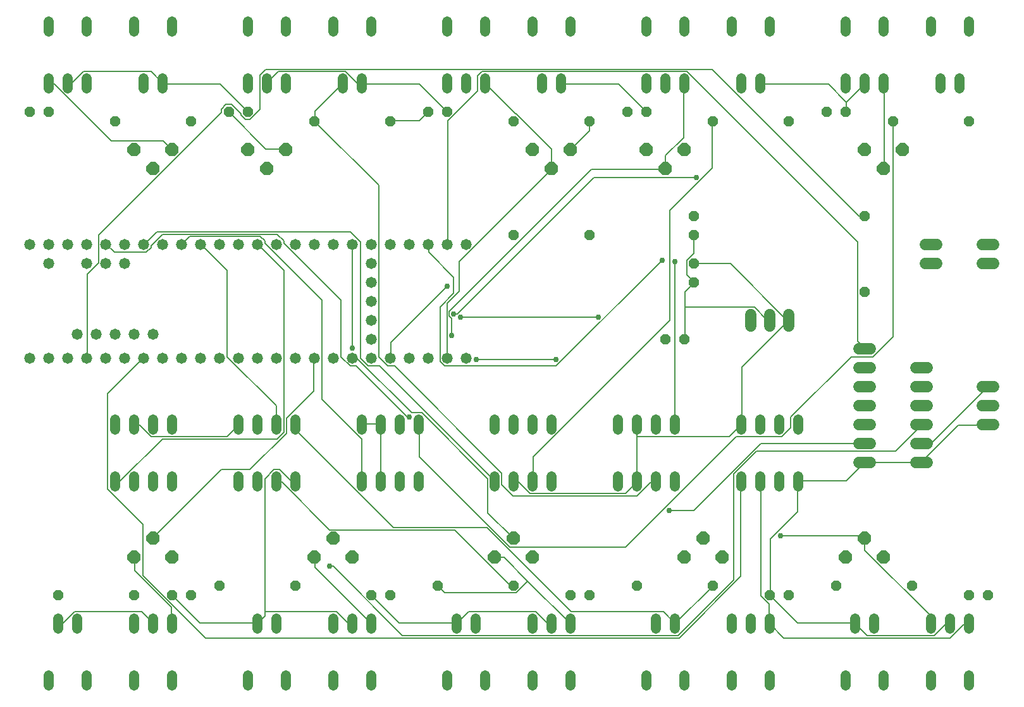
<source format=gbr>
G04 EAGLE Gerber RS-274X export*
G75*
%MOMM*%
%FSLAX34Y34*%
%LPD*%
%INBottom Copper*%
%IPPOS*%
%AMOC8*
5,1,8,0,0,1.08239X$1,22.5*%
G01*
%ADD10C,1.320800*%
%ADD11P,1.429621X8X202.500000*%
%ADD12P,1.429621X8X22.500000*%
%ADD13C,1.473200*%
%ADD14C,1.524000*%
%ADD15P,1.429621X8X292.500000*%
%ADD16P,1.429621X8X112.500000*%
%ADD17P,1.924489X8X22.500000*%
%ADD18P,1.924489X8X202.500000*%
%ADD19C,0.152400*%
%ADD20C,0.756400*%


D10*
X50800Y56896D02*
X50800Y70104D01*
X101600Y70104D02*
X101600Y56896D01*
X63500Y133096D02*
X63500Y146304D01*
X88900Y146304D02*
X88900Y133096D01*
X215900Y933196D02*
X215900Y946404D01*
X165100Y946404D02*
X165100Y933196D01*
X203200Y870204D02*
X203200Y856996D01*
X177800Y856996D02*
X177800Y870204D01*
X317500Y70104D02*
X317500Y56896D01*
X368300Y56896D02*
X368300Y70104D01*
X330200Y133096D02*
X330200Y146304D01*
X355600Y146304D02*
X355600Y133096D01*
X584200Y70104D02*
X584200Y56896D01*
X635000Y56896D02*
X635000Y70104D01*
X596900Y133096D02*
X596900Y146304D01*
X622300Y146304D02*
X622300Y133096D01*
X850900Y70104D02*
X850900Y56896D01*
X901700Y56896D02*
X901700Y70104D01*
X863600Y133096D02*
X863600Y146304D01*
X889000Y146304D02*
X889000Y133096D01*
X1117600Y70104D02*
X1117600Y56896D01*
X1168400Y56896D02*
X1168400Y70104D01*
X1130300Y133096D02*
X1130300Y146304D01*
X1155700Y146304D02*
X1155700Y133096D01*
X1282700Y933196D02*
X1282700Y946404D01*
X1231900Y946404D02*
X1231900Y933196D01*
X1270000Y870204D02*
X1270000Y856996D01*
X1244600Y856996D02*
X1244600Y870204D01*
X1016000Y933196D02*
X1016000Y946404D01*
X965200Y946404D02*
X965200Y933196D01*
X1003300Y870204D02*
X1003300Y856996D01*
X977900Y856996D02*
X977900Y870204D01*
X749300Y933196D02*
X749300Y946404D01*
X698500Y946404D02*
X698500Y933196D01*
X736600Y870204D02*
X736600Y856996D01*
X711200Y856996D02*
X711200Y870204D01*
X482600Y933196D02*
X482600Y946404D01*
X431800Y946404D02*
X431800Y933196D01*
X469900Y870204D02*
X469900Y856996D01*
X444500Y856996D02*
X444500Y870204D01*
X165100Y70104D02*
X165100Y56896D01*
X215900Y56896D02*
X215900Y70104D01*
X165100Y133096D02*
X165100Y146304D01*
X215900Y146304D02*
X215900Y133096D01*
X190500Y133096D02*
X190500Y146304D01*
X431800Y70104D02*
X431800Y56896D01*
X482600Y56896D02*
X482600Y70104D01*
X431800Y133096D02*
X431800Y146304D01*
X482600Y146304D02*
X482600Y133096D01*
X457200Y133096D02*
X457200Y146304D01*
X698500Y70104D02*
X698500Y56896D01*
X749300Y56896D02*
X749300Y70104D01*
X698500Y133096D02*
X698500Y146304D01*
X749300Y146304D02*
X749300Y133096D01*
X723900Y133096D02*
X723900Y146304D01*
X965200Y70104D02*
X965200Y56896D01*
X1016000Y56896D02*
X1016000Y70104D01*
X965200Y133096D02*
X965200Y146304D01*
X1016000Y146304D02*
X1016000Y133096D01*
X990600Y133096D02*
X990600Y146304D01*
X1231900Y70104D02*
X1231900Y56896D01*
X1282700Y56896D02*
X1282700Y70104D01*
X1231900Y133096D02*
X1231900Y146304D01*
X1282700Y146304D02*
X1282700Y133096D01*
X1257300Y133096D02*
X1257300Y146304D01*
X1168400Y933196D02*
X1168400Y946404D01*
X1117600Y946404D02*
X1117600Y933196D01*
X1168400Y870204D02*
X1168400Y856996D01*
X1117600Y856996D02*
X1117600Y870204D01*
X1143000Y870204D02*
X1143000Y856996D01*
X901700Y933196D02*
X901700Y946404D01*
X850900Y946404D02*
X850900Y933196D01*
X901700Y870204D02*
X901700Y856996D01*
X850900Y856996D02*
X850900Y870204D01*
X876300Y870204D02*
X876300Y856996D01*
X635000Y933196D02*
X635000Y946404D01*
X584200Y946404D02*
X584200Y933196D01*
X635000Y870204D02*
X635000Y856996D01*
X584200Y856996D02*
X584200Y870204D01*
X609600Y870204D02*
X609600Y856996D01*
X368300Y933196D02*
X368300Y946404D01*
X317500Y946404D02*
X317500Y933196D01*
X368300Y870204D02*
X368300Y856996D01*
X317500Y856996D02*
X317500Y870204D01*
X342900Y870204D02*
X342900Y856996D01*
X101600Y933196D02*
X101600Y946404D01*
X50800Y946404D02*
X50800Y933196D01*
X101600Y870204D02*
X101600Y856996D01*
X50800Y856996D02*
X50800Y870204D01*
X76200Y870204D02*
X76200Y856996D01*
D11*
X241300Y177800D03*
X215900Y177800D03*
X508000Y177800D03*
X482600Y177800D03*
X774700Y177800D03*
X749300Y177800D03*
X1041400Y177800D03*
X1016000Y177800D03*
X1308100Y177800D03*
X1282700Y177800D03*
D12*
X1092200Y825500D03*
X1117600Y825500D03*
X825500Y825500D03*
X850900Y825500D03*
X558800Y825500D03*
X584200Y825500D03*
X292100Y825500D03*
X317500Y825500D03*
X25400Y825500D03*
X50800Y825500D03*
D13*
X76200Y495300D03*
X101600Y495300D03*
X127000Y495300D03*
X152400Y495300D03*
X177800Y495300D03*
X203200Y495300D03*
X228600Y495300D03*
X254000Y495300D03*
X279400Y495300D03*
X304800Y495300D03*
X330200Y495300D03*
X355600Y495300D03*
X355600Y647700D03*
X330200Y647700D03*
X304800Y647700D03*
X279400Y647700D03*
X254000Y647700D03*
X228600Y647700D03*
X203200Y647700D03*
X177800Y647700D03*
X152400Y647700D03*
X127000Y647700D03*
X101600Y647700D03*
X50800Y495300D03*
X76200Y647700D03*
X50800Y647700D03*
X25400Y495300D03*
X25400Y647700D03*
X381000Y495300D03*
X381000Y647700D03*
X406400Y495300D03*
X431800Y495300D03*
X457200Y495300D03*
X482600Y495300D03*
X508000Y495300D03*
X533400Y495300D03*
X558800Y495300D03*
X584200Y495300D03*
X609600Y495300D03*
X609600Y647700D03*
X584200Y647700D03*
X558800Y647700D03*
X533400Y647700D03*
X508000Y647700D03*
X482600Y647700D03*
X457200Y647700D03*
X431800Y647700D03*
X406400Y647700D03*
X482600Y520700D03*
X482600Y571500D03*
X482600Y596900D03*
X482600Y546100D03*
X482600Y622300D03*
X50800Y622300D03*
X101600Y622300D03*
X127000Y622300D03*
X152400Y622300D03*
X88900Y527050D03*
X114300Y527050D03*
X139700Y527050D03*
X165100Y527050D03*
X190500Y527050D03*
D12*
X63500Y177800D03*
X165100Y177800D03*
D10*
X139700Y323596D02*
X139700Y336804D01*
X165100Y336804D02*
X165100Y323596D01*
X165100Y399796D02*
X165100Y413004D01*
X139700Y413004D02*
X139700Y399796D01*
X190500Y336804D02*
X190500Y323596D01*
X215900Y323596D02*
X215900Y336804D01*
X190500Y399796D02*
X190500Y413004D01*
X215900Y413004D02*
X215900Y399796D01*
X304800Y336804D02*
X304800Y323596D01*
X330200Y323596D02*
X330200Y336804D01*
X330200Y399796D02*
X330200Y413004D01*
X304800Y413004D02*
X304800Y399796D01*
X355600Y336804D02*
X355600Y323596D01*
X381000Y323596D02*
X381000Y336804D01*
X355600Y399796D02*
X355600Y413004D01*
X381000Y413004D02*
X381000Y399796D01*
X469900Y336804D02*
X469900Y323596D01*
X495300Y323596D02*
X495300Y336804D01*
X495300Y399796D02*
X495300Y413004D01*
X469900Y413004D02*
X469900Y399796D01*
X520700Y336804D02*
X520700Y323596D01*
X546100Y323596D02*
X546100Y336804D01*
X520700Y399796D02*
X520700Y413004D01*
X546100Y413004D02*
X546100Y399796D01*
X647700Y336804D02*
X647700Y323596D01*
X673100Y323596D02*
X673100Y336804D01*
X673100Y399796D02*
X673100Y413004D01*
X647700Y413004D02*
X647700Y399796D01*
X698500Y336804D02*
X698500Y323596D01*
X723900Y323596D02*
X723900Y336804D01*
X698500Y399796D02*
X698500Y413004D01*
X723900Y413004D02*
X723900Y399796D01*
X812800Y336804D02*
X812800Y323596D01*
X838200Y323596D02*
X838200Y336804D01*
X838200Y399796D02*
X838200Y413004D01*
X812800Y413004D02*
X812800Y399796D01*
X863600Y336804D02*
X863600Y323596D01*
X889000Y323596D02*
X889000Y336804D01*
X863600Y399796D02*
X863600Y413004D01*
X889000Y413004D02*
X889000Y399796D01*
D12*
X279400Y190500D03*
X381000Y190500D03*
X571500Y190500D03*
X673100Y190500D03*
X838200Y190500D03*
X939800Y190500D03*
X1104900Y190500D03*
X1206500Y190500D03*
D11*
X1282700Y812800D03*
X1181100Y812800D03*
X1041400Y812800D03*
X939800Y812800D03*
X774700Y812800D03*
X673100Y812800D03*
X508000Y812800D03*
X406400Y812800D03*
X241300Y812800D03*
X139700Y812800D03*
D14*
X990600Y553720D02*
X990600Y538480D01*
X1016000Y538480D02*
X1016000Y553720D01*
X1041400Y553720D02*
X1041400Y538480D01*
D15*
X914400Y685800D03*
X914400Y660400D03*
X914400Y622300D03*
X914400Y596900D03*
D14*
X1224280Y622300D02*
X1239520Y622300D01*
X1239520Y647700D02*
X1224280Y647700D01*
X1300480Y406400D02*
X1315720Y406400D01*
X1315720Y431800D02*
X1300480Y431800D01*
X1300480Y457200D02*
X1315720Y457200D01*
D16*
X1143000Y584200D03*
X1143000Y685800D03*
D14*
X1300480Y622300D02*
X1315720Y622300D01*
X1315720Y647700D02*
X1300480Y647700D01*
D10*
X977900Y336804D02*
X977900Y323596D01*
X1003300Y323596D02*
X1003300Y336804D01*
X1003300Y399796D02*
X1003300Y413004D01*
X977900Y413004D02*
X977900Y399796D01*
X1028700Y336804D02*
X1028700Y323596D01*
X1054100Y323596D02*
X1054100Y336804D01*
X1028700Y399796D02*
X1028700Y413004D01*
X1054100Y413004D02*
X1054100Y399796D01*
D12*
X876300Y520700D03*
X901700Y520700D03*
X673100Y660400D03*
X774700Y660400D03*
D14*
X1211580Y355600D02*
X1226820Y355600D01*
X1226820Y381000D02*
X1211580Y381000D01*
X1211580Y406400D02*
X1226820Y406400D01*
X1226820Y431800D02*
X1211580Y431800D01*
X1211580Y457200D02*
X1226820Y457200D01*
X1226820Y482600D02*
X1211580Y482600D01*
D17*
X165100Y228600D03*
X215900Y228600D03*
X190500Y254000D03*
X406400Y228600D03*
X457200Y228600D03*
X431800Y254000D03*
X647700Y228600D03*
X698500Y228600D03*
X673100Y254000D03*
X901700Y228600D03*
X952500Y228600D03*
X927100Y254000D03*
X1117600Y228600D03*
X1168400Y228600D03*
X1143000Y254000D03*
D18*
X1193800Y774700D03*
X1143000Y774700D03*
X1168400Y749300D03*
X901700Y774700D03*
X850900Y774700D03*
X876300Y749300D03*
X749300Y774700D03*
X698500Y774700D03*
X723900Y749300D03*
X368300Y774700D03*
X317500Y774700D03*
X342900Y749300D03*
X215900Y774700D03*
X165100Y774700D03*
X190500Y749300D03*
D14*
X1135380Y355600D02*
X1150620Y355600D01*
X1150620Y381000D02*
X1135380Y381000D01*
X1135380Y406400D02*
X1150620Y406400D01*
X1150620Y431800D02*
X1135380Y431800D01*
X1135380Y457200D02*
X1150620Y457200D01*
X1150620Y482600D02*
X1135380Y482600D01*
X1135380Y508000D02*
X1150620Y508000D01*
D19*
X1219200Y381000D02*
X1231392Y381000D01*
X1307592Y457200D01*
X1308100Y457200D01*
X1281684Y138684D02*
X1275588Y138684D01*
X1257300Y120396D01*
X1034796Y120396D01*
X1016508Y138684D01*
X1281684Y138684D02*
X1282700Y139700D01*
X1016508Y138684D02*
X1016000Y139700D01*
X774192Y800100D02*
X774192Y812292D01*
X774192Y800100D02*
X749808Y775716D01*
X774192Y812292D02*
X774700Y812800D01*
X749808Y775716D02*
X749300Y774700D01*
X495300Y406400D02*
X495300Y330200D01*
X495300Y406908D02*
X470916Y406908D01*
X469900Y406400D01*
X495300Y406400D02*
X495300Y406908D01*
X838200Y406400D02*
X838200Y390144D01*
X838200Y330200D01*
X838200Y390144D02*
X961644Y390144D01*
X977900Y406400D01*
X1037844Y547116D02*
X1040892Y547116D01*
X1037844Y547116D02*
X963168Y621792D01*
X914400Y621792D01*
X1040892Y547116D02*
X1041400Y546100D01*
X914400Y621792D02*
X914400Y622300D01*
X978408Y483108D02*
X978408Y406908D01*
X978408Y483108D02*
X1041400Y546100D01*
X978408Y406908D02*
X977900Y406400D01*
X679704Y329184D02*
X673608Y329184D01*
X679704Y329184D02*
X694944Y313944D01*
X822960Y313944D01*
X838200Y329184D01*
X673608Y329184D02*
X673100Y330200D01*
X838200Y330200D02*
X838200Y329184D01*
X1014984Y166116D02*
X1014984Y140208D01*
X1014984Y166116D02*
X1004316Y176784D01*
X1004316Y329184D01*
X1014984Y140208D02*
X1016000Y139700D01*
X1004316Y329184D02*
X1003300Y330200D01*
X547116Y813816D02*
X509016Y813816D01*
X547116Y813816D02*
X558800Y825500D01*
X509016Y813816D02*
X508000Y812800D01*
X367284Y775716D02*
X341376Y775716D01*
X292608Y824484D01*
X367284Y775716D02*
X368300Y774700D01*
X292608Y824484D02*
X292100Y825500D01*
X57912Y862584D02*
X51816Y862584D01*
X57912Y862584D02*
X134112Y786384D01*
X204216Y786384D01*
X215900Y774700D01*
X51816Y862584D02*
X50800Y863600D01*
X214884Y161544D02*
X214884Y140208D01*
X214884Y161544D02*
X166116Y210312D01*
X166116Y228600D01*
X214884Y140208D02*
X215900Y139700D01*
X166116Y228600D02*
X165100Y228600D01*
X647700Y228600D02*
X659892Y228600D01*
X691896Y196596D02*
X748284Y140208D01*
X691896Y196596D02*
X659892Y228600D01*
X748284Y140208D02*
X749300Y139700D01*
X406908Y214884D02*
X406908Y228600D01*
X406908Y214884D02*
X481584Y140208D01*
X406908Y228600D02*
X406400Y228600D01*
X481584Y140208D02*
X482600Y139700D01*
X676656Y181356D02*
X691896Y196596D01*
X676656Y181356D02*
X580644Y181356D01*
X571500Y190500D01*
X172212Y405384D02*
X166116Y405384D01*
X172212Y405384D02*
X187452Y390144D01*
X289560Y390144D01*
X304800Y405384D01*
X166116Y405384D02*
X165100Y406400D01*
X304800Y406400D02*
X304800Y405384D01*
X902208Y563880D02*
X902208Y583692D01*
X902208Y563880D02*
X902208Y521208D01*
X902208Y583692D02*
X914400Y595884D01*
X902208Y521208D02*
X901700Y520700D01*
X914400Y595884D02*
X914400Y596900D01*
X914400Y635508D02*
X914400Y660400D01*
X914400Y635508D02*
X905256Y626364D01*
X905256Y606552D01*
X914400Y597408D01*
X914400Y596900D01*
X1011936Y547116D02*
X1014984Y547116D01*
X1011936Y547116D02*
X995172Y563880D01*
X902208Y563880D01*
X1014984Y547116D02*
X1016000Y546100D01*
X813816Y862584D02*
X737616Y862584D01*
X813816Y862584D02*
X850900Y825500D01*
X737616Y862584D02*
X736600Y863600D01*
X1118616Y838200D02*
X1118616Y826008D01*
X1118616Y838200D02*
X1143000Y862584D01*
X1118616Y826008D02*
X1117600Y825500D01*
X1143000Y862584D02*
X1143000Y863600D01*
X1094232Y862584D02*
X1004316Y862584D01*
X1094232Y862584D02*
X1118616Y838200D01*
X1004316Y862584D02*
X1003300Y863600D01*
X1054608Y330708D02*
X1118616Y330708D01*
X1143000Y355092D01*
X1054608Y330708D02*
X1054100Y330200D01*
X1143000Y355092D02*
X1219200Y355092D01*
X1219200Y355600D01*
X1143000Y355600D02*
X1143000Y355092D01*
X1267968Y405384D02*
X1307592Y405384D01*
X1267968Y405384D02*
X1219200Y356616D01*
X1307592Y405384D02*
X1308100Y406400D01*
X1219200Y356616D02*
X1219200Y355600D01*
X1129284Y140208D02*
X1053084Y140208D01*
X1016508Y176784D01*
X1129284Y140208D02*
X1130300Y139700D01*
X1016508Y176784D02*
X1016000Y177800D01*
X1251204Y138684D02*
X1257300Y138684D01*
X1251204Y138684D02*
X1235964Y123444D01*
X1146048Y123444D01*
X1130808Y138684D01*
X1257300Y138684D02*
X1257300Y139700D01*
X1130808Y138684D02*
X1130300Y139700D01*
X1053084Y289560D02*
X1053084Y329184D01*
X1053084Y289560D02*
X1016508Y252984D01*
X1016508Y178308D01*
X1053084Y329184D02*
X1054100Y330200D01*
X1016508Y178308D02*
X1016000Y177800D01*
X547116Y862584D02*
X470916Y862584D01*
X547116Y862584D02*
X584200Y825500D01*
X470916Y862584D02*
X469900Y863600D01*
X280416Y862584D02*
X204216Y862584D01*
X280416Y862584D02*
X317500Y825500D01*
X204216Y862584D02*
X203200Y863600D01*
X82296Y864108D02*
X76200Y864108D01*
X82296Y864108D02*
X97536Y879348D01*
X187452Y879348D01*
X203200Y863600D01*
X76200Y863600D02*
X76200Y864108D01*
X463296Y864108D02*
X469392Y864108D01*
X463296Y864108D02*
X448056Y879348D01*
X358140Y879348D01*
X342900Y864108D01*
X469392Y864108D02*
X469900Y863600D01*
X342900Y863600D02*
X342900Y864108D01*
X519684Y140208D02*
X595884Y140208D01*
X519684Y140208D02*
X483108Y176784D01*
X595884Y140208D02*
X596900Y139700D01*
X483108Y176784D02*
X482600Y177800D01*
X717804Y140208D02*
X723900Y140208D01*
X717804Y140208D02*
X702564Y155448D01*
X612648Y155448D01*
X596900Y139700D01*
X723900Y139700D02*
X723900Y140208D01*
X70104Y140208D02*
X64008Y140208D01*
X70104Y140208D02*
X85344Y155448D01*
X175260Y155448D01*
X190500Y140208D01*
X64008Y140208D02*
X63500Y139700D01*
X190500Y139700D02*
X190500Y140208D01*
X252984Y140208D02*
X329184Y140208D01*
X252984Y140208D02*
X216408Y176784D01*
X329184Y140208D02*
X330200Y139700D01*
X216408Y176784D02*
X215900Y177800D01*
X374904Y330708D02*
X381000Y330708D01*
X374904Y330708D02*
X359664Y345948D01*
X352044Y345948D01*
X339852Y333756D01*
X339852Y155448D02*
X339852Y149352D01*
X339852Y155448D02*
X339852Y333756D01*
X339852Y149352D02*
X330200Y139700D01*
X381000Y330200D02*
X381000Y330708D01*
X451104Y140208D02*
X457200Y140208D01*
X451104Y140208D02*
X435864Y155448D01*
X339852Y155448D01*
X457200Y140208D02*
X457200Y139700D01*
X146304Y330708D02*
X140208Y330708D01*
X146304Y330708D02*
X202692Y387096D01*
X356616Y387096D01*
X365760Y396240D01*
X365760Y612648D01*
X330708Y647700D01*
X140208Y330708D02*
X139700Y330200D01*
X330200Y647700D02*
X330708Y647700D01*
X356616Y329184D02*
X362712Y329184D01*
X426720Y265176D01*
X594360Y265176D01*
X669036Y190500D01*
X673100Y190500D01*
X356616Y329184D02*
X355600Y330200D01*
X890016Y140208D02*
X940308Y190500D01*
X890016Y140208D02*
X889000Y139700D01*
X939800Y190500D02*
X940308Y190500D01*
X381000Y399288D02*
X381000Y406400D01*
X381000Y399288D02*
X512064Y268224D01*
X637032Y268224D01*
X749808Y155448D01*
X873252Y155448D01*
X889000Y139700D01*
X355092Y406908D02*
X355092Y431292D01*
X289560Y496824D01*
X289560Y612648D01*
X254508Y647700D01*
X355092Y406908D02*
X355600Y406400D01*
X254508Y647700D02*
X254000Y647700D01*
X469392Y387096D02*
X469392Y330708D01*
X469392Y387096D02*
X416052Y440436D01*
X416052Y573024D01*
X339852Y649224D01*
X339852Y652272D01*
X333756Y658368D01*
X239268Y658368D01*
X228600Y647700D01*
X469392Y330708D02*
X469900Y330200D01*
X547116Y362712D02*
X547116Y405384D01*
X547116Y362712D02*
X667512Y242316D01*
X822960Y242316D01*
X970788Y390144D01*
X1031748Y390144D01*
X1043940Y402336D01*
X1043940Y416052D01*
X1124712Y496824D01*
X1153668Y496824D01*
X1181100Y524256D01*
X1181100Y812800D01*
X547116Y405384D02*
X546100Y406400D01*
X699516Y362712D02*
X699516Y330708D01*
X699516Y362712D02*
X882396Y545592D01*
X882396Y693420D01*
X938784Y749808D01*
X938784Y812292D01*
X699516Y330708D02*
X698500Y330200D01*
X938784Y812292D02*
X939800Y812800D01*
X493776Y484632D02*
X647700Y330708D01*
X493776Y484632D02*
X478536Y484632D01*
X467868Y495300D01*
X467868Y650748D01*
X454152Y664464D01*
X195072Y664464D01*
X178308Y647700D01*
X647700Y330708D02*
X647700Y330200D01*
X178308Y647700D02*
X177800Y647700D01*
X406908Y813816D02*
X406908Y826008D01*
X444500Y863600D01*
X406908Y813816D02*
X406400Y812800D01*
X856488Y329184D02*
X862584Y329184D01*
X856488Y329184D02*
X838200Y310896D01*
X672084Y310896D01*
X656844Y326136D01*
X656844Y341376D01*
X513588Y484632D01*
X504444Y484632D01*
X492252Y496824D01*
X492252Y726948D01*
X406400Y812800D01*
X863600Y330200D02*
X862584Y329184D01*
X533400Y416052D02*
X530352Y416052D01*
X461772Y484632D01*
X454152Y484632D01*
X441960Y496824D01*
X441960Y573024D01*
X365760Y649224D01*
X365760Y652272D01*
X356616Y661416D01*
X202692Y661416D01*
X187452Y646176D01*
X187452Y643128D01*
X181356Y637032D01*
X138684Y637032D01*
X128016Y647700D01*
X127000Y647700D01*
D20*
X533400Y416052D03*
D19*
X888492Y406908D02*
X888492Y624840D01*
X888492Y406908D02*
X889000Y406400D01*
D20*
X888492Y624840D03*
D19*
X729996Y493776D02*
X623316Y493776D01*
D20*
X729996Y493776D03*
X623316Y493776D03*
D19*
X405384Y495300D02*
X405384Y451104D01*
X368808Y414528D01*
X368808Y394716D01*
X320040Y345948D01*
X281940Y345948D01*
X190500Y254508D01*
X405384Y495300D02*
X406400Y495300D01*
X190500Y254508D02*
X190500Y254000D01*
X457200Y495300D02*
X463296Y495300D01*
X536448Y422148D01*
X550164Y422148D01*
X638556Y333756D01*
X638556Y288036D01*
X672084Y254508D01*
X673100Y254000D01*
X1231392Y149352D02*
X1231392Y140208D01*
X1231392Y149352D02*
X1143000Y237744D01*
X1143000Y254000D01*
X1231392Y140208D02*
X1231900Y139700D01*
X509016Y495300D02*
X509016Y516636D01*
X583692Y591312D01*
X1030224Y257556D02*
X1139952Y257556D01*
X1143000Y254508D01*
X509016Y495300D02*
X508000Y495300D01*
X1143000Y254508D02*
X1143000Y254000D01*
D20*
X583692Y591312D03*
X1030224Y257556D03*
D19*
X1168908Y749808D02*
X1168908Y862584D01*
X1168400Y863600D01*
X1168908Y749808D02*
X1168400Y749300D01*
X597408Y554736D02*
X592836Y554736D01*
X597408Y554736D02*
X780288Y737616D01*
X917448Y737616D01*
D20*
X592836Y554736D03*
X917448Y737616D03*
D19*
X900684Y790956D02*
X900684Y862584D01*
X900684Y790956D02*
X876300Y766572D01*
X876300Y749300D01*
X900684Y862584D02*
X901700Y863600D01*
X589788Y548640D02*
X589788Y525780D01*
X589788Y548640D02*
X586740Y551688D01*
X586740Y557784D01*
X777240Y748284D01*
X876300Y748284D01*
X876300Y749300D01*
D20*
X589788Y525780D03*
D19*
X675132Y822960D02*
X635508Y862584D01*
X675132Y822960D02*
X676656Y822960D01*
X723900Y775716D01*
X723900Y749300D01*
X635508Y862584D02*
X635000Y863600D01*
X583692Y568452D02*
X583692Y495300D01*
X583692Y568452D02*
X600456Y585216D01*
X600456Y624840D01*
X723900Y748284D01*
X584200Y495300D02*
X583692Y495300D01*
X723900Y748284D02*
X723900Y749300D01*
X102108Y608076D02*
X102108Y495300D01*
X102108Y608076D02*
X117348Y623316D01*
X117348Y659892D01*
X281940Y824484D01*
X281940Y829056D01*
X288036Y835152D01*
X295656Y835152D01*
X307848Y822960D01*
X307848Y821436D01*
X313944Y815340D01*
X320040Y815340D01*
X333756Y829056D01*
X333756Y874776D01*
X341376Y882396D01*
X938784Y882396D01*
X1135380Y685800D01*
X1143000Y685800D01*
X102108Y495300D02*
X101600Y495300D01*
X426720Y216408D02*
X431292Y216408D01*
X524256Y123444D01*
X893064Y123444D01*
X967740Y198120D01*
X967740Y339852D01*
X998220Y370332D01*
X1184148Y370332D01*
X1219200Y405384D01*
X1219200Y406400D01*
D20*
X426720Y216408D03*
D19*
X976884Y202692D02*
X976884Y329184D01*
X976884Y202692D02*
X894588Y120396D01*
X260604Y120396D01*
X176784Y204216D01*
X176784Y272796D01*
X129540Y320040D01*
X129540Y448056D01*
X176784Y495300D01*
X976884Y329184D02*
X977900Y330200D01*
X177800Y495300D02*
X176784Y495300D01*
X457200Y509016D02*
X457200Y647700D01*
X880872Y291084D02*
X914400Y291084D01*
X1004316Y381000D01*
X1143000Y381000D01*
D20*
X457200Y509016D03*
X880872Y291084D03*
D19*
X786384Y550164D02*
X601980Y550164D01*
D20*
X601980Y550164D03*
X786384Y550164D03*
D19*
X559308Y637032D02*
X559308Y647700D01*
X559308Y637032D02*
X592836Y603504D01*
X592836Y582168D01*
X574548Y563880D01*
X574548Y490728D01*
X580644Y484632D01*
X729996Y484632D01*
X871728Y626364D01*
X559308Y647700D02*
X558800Y647700D01*
D20*
X871728Y626364D03*
D19*
X585216Y647700D02*
X585216Y813816D01*
X624840Y853440D01*
X624840Y873252D01*
X630936Y879348D01*
X905256Y879348D01*
X1133856Y650748D01*
X1133856Y518160D01*
X1143000Y509016D01*
X585216Y647700D02*
X584200Y647700D01*
X1143000Y509016D02*
X1143000Y508000D01*
M02*

</source>
